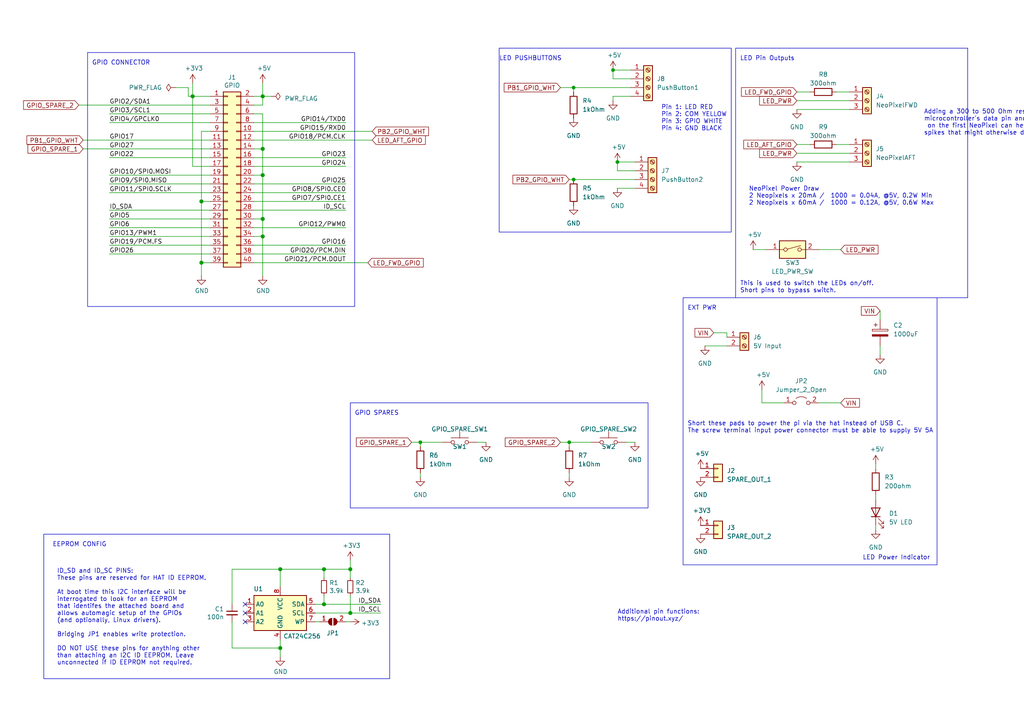
<source format=kicad_sch>
(kicad_sch (version 20230121) (generator eeschema)
  (paper "A4")
  (title_block (date "15 nov 2012"))
  (lib_symbols
    (symbol "Connector:Screw_Terminal_01x02" (pin_names (offset 1.016) hide)
      (property "Reference" "J" (at 0 2.54 0))
      (property "Value" "Screw_Terminal_01x02" (at 0 -5.08 0))
      (symbol "Screw_Terminal_01x02_1_1"
        (rectangle (start -1.27 1.27) (end 1.27 -3.81) (stroke (width 0.254)) (fill (type background)))
        (circle (center 0 -2.54) (radius 0.635) (stroke (width 0.1524)))
        (polyline (pts (xy -0.5334 -2.2098) (xy 0.3302 -3.048)) (stroke (width 0.1524)))
        (polyline (pts (xy -0.5334 0.3302) (xy 0.3302 -0.508)) (stroke (width 0.1524)))
        (polyline (pts (xy -0.3556 -2.032) (xy 0.508 -2.8702)) (stroke (width 0.1524)))
        (polyline (pts (xy -0.3556 0.508) (xy 0.508 -0.3302)) (stroke (width 0.1524)))
        (circle (center 0 0) (radius 0.635) (stroke (width 0.1524)))
        (pin passive line (at -5.08 0 0) (length 3.81) (name "Pin_1") (number "1"))
        (pin passive line (at -5.08 -2.54 0) (length 3.81) (name "Pin_2") (number "2"))
      )
    )
    (symbol "Connector:Screw_Terminal_01x03" (pin_names (offset 1.016) hide)
      (property "Reference" "J" (at 0 5.08 0))
      (property "Value" "Screw_Terminal_01x03" (at 0 -5.08 0))
      (symbol "Screw_Terminal_01x03_1_1"
        (rectangle (start -1.27 3.81) (end 1.27 -3.81) (stroke (width 0.254)) (fill (type background)))
        (circle (center 0 -2.54) (radius 0.635) (stroke (width 0.1524)))
        (polyline (pts (xy -0.5334 -2.2098) (xy 0.3302 -3.048)) (stroke (width 0.1524)))
        (polyline (pts (xy -0.5334 0.3302) (xy 0.3302 -0.508)) (stroke (width 0.1524)))
        (polyline (pts (xy -0.5334 2.8702) (xy 0.3302 2.032)) (stroke (width 0.1524)))
        (polyline (pts (xy -0.3556 -2.032) (xy 0.508 -2.8702)) (stroke (width 0.1524)))
        (polyline (pts (xy -0.3556 0.508) (xy 0.508 -0.3302)) (stroke (width 0.1524)))
        (polyline (pts (xy -0.3556 3.048) (xy 0.508 2.2098)) (stroke (width 0.1524)))
        (circle (center 0 0) (radius 0.635) (stroke (width 0.1524)))
        (circle (center 0 2.54) (radius 0.635) (stroke (width 0.1524)))
        (pin passive line (at -5.08 2.54 0) (length 3.81) (name "Pin_1") (number "1"))
        (pin passive line (at -5.08 0 0) (length 3.81) (name "Pin_2") (number "2"))
        (pin passive line (at -5.08 -2.54 0) (length 3.81) (name "Pin_3") (number "3"))
      )
    )
    (symbol "Connector:Screw_Terminal_01x04" (pin_names (offset 1.016) hide)
      (property "Reference" "J" (at 0 5.08 0))
      (property "Value" "Screw_Terminal_01x04" (at 0 -7.62 0))
      (symbol "Screw_Terminal_01x04_1_1"
        (rectangle (start -1.27 3.81) (end 1.27 -6.35) (stroke (width 0.254)) (fill (type background)))
        (circle (center 0 -5.08) (radius 0.635) (stroke (width 0.1524)))
        (circle (center 0 -2.54) (radius 0.635) (stroke (width 0.1524)))
        (polyline (pts (xy -0.5334 -4.7498) (xy 0.3302 -5.588)) (stroke (width 0.1524)))
        (polyline (pts (xy -0.5334 -2.2098) (xy 0.3302 -3.048)) (stroke (width 0.1524)))
        (polyline (pts (xy -0.5334 0.3302) (xy 0.3302 -0.508)) (stroke (width 0.1524)))
        (polyline (pts (xy -0.5334 2.8702) (xy 0.3302 2.032)) (stroke (width 0.1524)))
        (polyline (pts (xy -0.3556 -4.572) (xy 0.508 -5.4102)) (stroke (width 0.1524)))
        (polyline (pts (xy -0.3556 -2.032) (xy 0.508 -2.8702)) (stroke (width 0.1524)))
        (polyline (pts (xy -0.3556 0.508) (xy 0.508 -0.3302)) (stroke (width 0.1524)))
        (polyline (pts (xy -0.3556 3.048) (xy 0.508 2.2098)) (stroke (width 0.1524)))
        (circle (center 0 0) (radius 0.635) (stroke (width 0.1524)))
        (circle (center 0 2.54) (radius 0.635) (stroke (width 0.1524)))
        (pin passive line (at -5.08 2.54 0) (length 3.81) (name "Pin_1") (number "1"))
        (pin passive line (at -5.08 0 0) (length 3.81) (name "Pin_2") (number "2"))
        (pin passive line (at -5.08 -2.54 0) (length 3.81) (name "Pin_3") (number "3"))
        (pin passive line (at -5.08 -5.08 0) (length 3.81) (name "Pin_4") (number "4"))
      )
    )
    (symbol "Connector_Generic:Conn_01x02" (pin_names (offset 1.016) hide)
      (property "Reference" "J" (at 0 2.54 0))
      (property "Value" "Conn_01x02" (at 0 -5.08 0))
      (symbol "Conn_01x02_1_1"
        (rectangle (start -1.27 -2.413) (end 0 -2.667) (stroke (width 0.1524)))
        (rectangle (start -1.27 0.127) (end 0 -0.127) (stroke (width 0.1524)))
        (rectangle (start -1.27 1.27) (end 1.27 -3.81) (stroke (width 0.254)) (fill (type background)))
        (pin passive line (at -5.08 0 0) (length 3.81) (name "Pin_1") (number "1"))
        (pin passive line (at -5.08 -2.54 0) (length 3.81) (name "Pin_2") (number "2"))
      )
    )
    (symbol "Connector_Generic:Conn_02x20_Odd_Even" (pin_names (offset 1.016) hide)
      (property "Reference" "J" (at 1.27 25.4 0))
      (property "Value" "Conn_02x20_Odd_Even" (at 1.27 -27.94 0))
      (symbol "Conn_02x20_Odd_Even_1_1"
        (rectangle (start -1.27 -25.273) (end 0 -25.527) (stroke (width 0.1524)))
        (rectangle (start -1.27 -22.733) (end 0 -22.987) (stroke (width 0.1524)))
        (rectangle (start -1.27 -20.193) (end 0 -20.447) (stroke (width 0.1524)))
        (rectangle (start -1.27 -17.653) (end 0 -17.907) (stroke (width 0.1524)))
        (rectangle (start -1.27 -15.113) (end 0 -15.367) (stroke (width 0.1524)))
        (rectangle (start -1.27 -12.573) (end 0 -12.827) (stroke (width 0.1524)))
        (rectangle (start -1.27 -10.033) (end 0 -10.287) (stroke (width 0.1524)))
        (rectangle (start -1.27 -7.493) (end 0 -7.747) (stroke (width 0.1524)))
        (rectangle (start -1.27 -4.953) (end 0 -5.207) (stroke (width 0.1524)))
        (rectangle (start -1.27 -2.413) (end 0 -2.667) (stroke (width 0.1524)))
        (rectangle (start -1.27 0.127) (end 0 -0.127) (stroke (width 0.1524)))
        (rectangle (start -1.27 2.667) (end 0 2.413) (stroke (width 0.1524)))
        (rectangle (start -1.27 5.207) (end 0 4.953) (stroke (width 0.1524)))
        (rectangle (start -1.27 7.747) (end 0 7.493) (stroke (width 0.1524)))
        (rectangle (start -1.27 10.287) (end 0 10.033) (stroke (width 0.1524)))
        (rectangle (start -1.27 12.827) (end 0 12.573) (stroke (width 0.1524)))
        (rectangle (start -1.27 15.367) (end 0 15.113) (stroke (width 0.1524)))
        (rectangle (start -1.27 17.907) (end 0 17.653) (stroke (width 0.1524)))
        (rectangle (start -1.27 20.447) (end 0 20.193) (stroke (width 0.1524)))
        (rectangle (start -1.27 22.987) (end 0 22.733) (stroke (width 0.1524)))
        (rectangle (start -1.27 24.13) (end 3.81 -26.67) (stroke (width 0.254)) (fill (type background)))
        (rectangle (start 3.81 -25.273) (end 2.54 -25.527) (stroke (width 0.1524)))
        (rectangle (start 3.81 -22.733) (end 2.54 -22.987) (stroke (width 0.1524)))
        (rectangle (start 3.81 -20.193) (end 2.54 -20.447) (stroke (width 0.1524)))
        (rectangle (start 3.81 -17.653) (end 2.54 -17.907) (stroke (width 0.1524)))
        (rectangle (start 3.81 -15.113) (end 2.54 -15.367) (stroke (width 0.1524)))
        (rectangle (start 3.81 -12.573) (end 2.54 -12.827) (stroke (width 0.1524)))
        (rectangle (start 3.81 -10.033) (end 2.54 -10.287) (stroke (width 0.1524)))
        (rectangle (start 3.81 -7.493) (end 2.54 -7.747) (stroke (width 0.1524)))
        (rectangle (start 3.81 -4.953) (end 2.54 -5.207) (stroke (width 0.1524)))
        (rectangle (start 3.81 -2.413) (end 2.54 -2.667) (stroke (width 0.1524)))
        (rectangle (start 3.81 0.127) (end 2.54 -0.127) (stroke (width 0.1524)))
        (rectangle (start 3.81 2.667) (end 2.54 2.413) (stroke (width 0.1524)))
        (rectangle (start 3.81 5.207) (end 2.54 4.953) (stroke (width 0.1524)))
        (rectangle (start 3.81 7.747) (end 2.54 7.493) (stroke (width 0.1524)))
        (rectangle (start 3.81 10.287) (end 2.54 10.033) (stroke (width 0.1524)))
        (rectangle (start 3.81 12.827) (end 2.54 12.573) (stroke (width 0.1524)))
        (rectangle (start 3.81 15.367) (end 2.54 15.113) (stroke (width 0.1524)))
        (rectangle (start 3.81 17.907) (end 2.54 17.653) (stroke (width 0.1524)))
        (rectangle (start 3.81 20.447) (end 2.54 20.193) (stroke (width 0.1524)))
        (rectangle (start 3.81 22.987) (end 2.54 22.733) (stroke (width 0.1524)))
        (pin passive line (at -5.08 22.86 0) (length 3.81) (name "Pin_1") (number "1"))
        (pin passive line (at 7.62 12.7 180) (length 3.81) (name "Pin_10") (number "10"))
        (pin passive line (at -5.08 10.16 0) (length 3.81) (name "Pin_11") (number "11"))
        (pin passive line (at 7.62 10.16 180) (length 3.81) (name "Pin_12") (number "12"))
        (pin passive line (at -5.08 7.62 0) (length 3.81) (name "Pin_13") (number "13"))
        (pin passive line (at 7.62 7.62 180) (length 3.81) (name "Pin_14") (number "14"))
        (pin passive line (at -5.08 5.08 0) (length 3.81) (name "Pin_15") (number "15"))
        (pin passive line (at 7.62 5.08 180) (length 3.81) (name "Pin_16") (number "16"))
        (pin passive line (at -5.08 2.54 0) (length 3.81) (name "Pin_17") (number "17"))
        (pin passive line (at 7.62 2.54 180) (length 3.81) (name "Pin_18") (number "18"))
        (pin passive line (at -5.08 0 0) (length 3.81) (name "Pin_19") (number "19"))
        (pin passive line (at 7.62 22.86 180) (length 3.81) (name "Pin_2") (number "2"))
        (pin passive line (at 7.62 0 180) (length 3.81) (name "Pin_20") (number "20"))
        (pin passive line (at -5.08 -2.54 0) (length 3.81) (name "Pin_21") (number "21"))
        (pin passive line (at 7.62 -2.54 180) (length 3.81) (name "Pin_22") (number "22"))
        (pin passive line (at -5.08 -5.08 0) (length 3.81) (name "Pin_23") (number "23"))
        (pin passive line (at 7.62 -5.08 180) (length 3.81) (name "Pin_24") (number "24"))
        (pin passive line (at -5.08 -7.62 0) (length 3.81) (name "Pin_25") (number "25"))
        (pin passive line (at 7.62 -7.62 180) (length 3.81) (name "Pin_26") (number "26"))
        (pin passive line (at -5.08 -10.16 0) (length 3.81) (name "Pin_27") (number "27"))
        (pin passive line (at 7.62 -10.16 180) (length 3.81) (name "Pin_28") (number "28"))
        (pin passive line (at -5.08 -12.7 0) (length 3.81) (name "Pin_29") (number "29"))
        (pin passive line (at -5.08 20.32 0) (length 3.81) (name "Pin_3") (number "3"))
        (pin passive line (at 7.62 -12.7 180) (length 3.81) (name "Pin_30") (number "30"))
        (pin passive line (at -5.08 -15.24 0) (length 3.81) (name "Pin_31") (number "31"))
        (pin passive line (at 7.62 -15.24 180) (length 3.81) (name "Pin_32") (number "32"))
        (pin passive line (at -5.08 -17.78 0) (length 3.81) (name "Pin_33") (number "33"))
        (pin passive line (at 7.62 -17.78 180) (length 3.81) (name "Pin_34") (number "34"))
        (pin passive line (at -5.08 -20.32 0) (length 3.81) (name "Pin_35") (number "35"))
        (pin passive line (at 7.62 -20.32 180) (length 3.81) (name "Pin_36") (number "36"))
        (pin passive line (at -5.08 -22.86 0) (length 3.81) (name "Pin_37") (number "37"))
        (pin passive line (at 7.62 -22.86 180) (length 3.81) (name "Pin_38") (number "38"))
        (pin passive line (at -5.08 -25.4 0) (length 3.81) (name "Pin_39") (number "39"))
        (pin passive line (at 7.62 20.32 180) (length 3.81) (name "Pin_4") (number "4"))
        (pin passive line (at 7.62 -25.4 180) (length 3.81) (name "Pin_40") (number "40"))
        (pin passive line (at -5.08 17.78 0) (length 3.81) (name "Pin_5") (number "5"))
        (pin passive line (at 7.62 17.78 180) (length 3.81) (name "Pin_6") (number "6"))
        (pin passive line (at -5.08 15.24 0) (length 3.81) (name "Pin_7") (number "7"))
        (pin passive line (at 7.62 15.24 180) (length 3.81) (name "Pin_8") (number "8"))
        (pin passive line (at -5.08 12.7 0) (length 3.81) (name "Pin_9") (number "9"))
      )
    )
    (symbol "Device:C_Polarized" (pin_numbers hide) (pin_names (offset 0.254))
      (property "Reference" "C" (at 0.635 2.54 0))
      (property "Value" "C_Polarized" (at 0.635 -2.54 0))
      (symbol "C_Polarized_0_1"
        (rectangle (start -2.286 0.508) (end 2.286 1.016))
        (polyline (pts (xy -1.778 2.286) (xy -0.762 2.286)))
        (polyline (pts (xy -1.27 2.794) (xy -1.27 1.778)))
        (rectangle (start 2.286 -0.508) (end -2.286 -1.016) (fill (type outline)))
      )
      (symbol "C_Polarized_1_1"
        (pin passive line (at 0 3.81 270) (length 2.794) (name "~") (number "1"))
        (pin passive line (at 0 -3.81 90) (length 2.794) (name "~") (number "2"))
      )
    )
    (symbol "Device:C_Small" (pin_numbers hide) (pin_names (offset 0.254) hide)
      (property "Reference" "C" (at 0.254 1.778 0))
      (property "Value" "C_Small" (at 0.254 -2.032 0))
      (symbol "C_Small_0_1"
        (polyline (pts (xy -1.524 -0.508) (xy 1.524 -0.508)) (stroke (width 0.3302)))
        (polyline (pts (xy -1.524 0.508) (xy 1.524 0.508)) (stroke (width 0.3048)))
      )
      (symbol "C_Small_1_1"
        (pin passive line (at 0 2.54 270) (length 2.032) (name "~") (number "1"))
        (pin passive line (at 0 -2.54 90) (length 2.032) (name "~") (number "2"))
      )
    )
    (symbol "Device:LED" (pin_numbers hide) (pin_names (offset 1.016) hide)
      (property "Reference" "D" (at 0 2.54 0))
      (property "Value" "LED" (at 0 -2.54 0))
      (symbol "LED_0_1"
        (polyline (pts (xy -1.27 -1.27) (xy -1.27 1.27)) (stroke (width 0.254)))
        (polyline (pts (xy -1.27 0) (xy 1.27 0)))
        (polyline (pts (xy 1.27 -1.27) (xy 1.27 1.27) (xy -1.27 0) (xy 1.27 -1.27)) (stroke (width 0.254)))
        (polyline (pts (xy -3.048 -0.762) (xy -4.572 -2.286) (xy -3.81 -2.286) (xy -4.572 -2.286) (xy -4.572 -1.524)))
        (polyline (pts (xy -1.778 -0.762) (xy -3.302 -2.286) (xy -2.54 -2.286) (xy -3.302 -2.286) (xy -3.302 -1.524)))
      )
      (symbol "LED_1_1"
        (pin passive line (at -3.81 0 0) (length 2.54) (name "K") (number "1"))
        (pin passive line (at 3.81 0 180) (length 2.54) (name "A") (number "2"))
      )
    )
    (symbol "Device:R" (pin_numbers hide) (pin_names (offset 0))
      (property "Reference" "R" (at 2.032 0 90))
      (property "Value" "R" (at 0 0 90))
      (symbol "R_0_1"
        (rectangle (start -1.016 -2.54) (end 1.016 2.54) (stroke (width 0.254)))
      )
      (symbol "R_1_1"
        (pin passive line (at 0 3.81 270) (length 1.27) (name "~") (number "1"))
        (pin passive line (at 0 -3.81 90) (length 1.27) (name "~") (number "2"))
      )
    )
    (symbol "Device:R_Small" (pin_numbers hide) (pin_names (offset 0.254) hide)
      (property "Reference" "R" (at 0.762 0.508 0))
      (property "Value" "R_Small" (at 0.762 -1.016 0))
      (symbol "R_Small_0_1"
        (rectangle (start -0.762 1.778) (end 0.762 -1.778) (stroke (width 0.2032)))
      )
      (symbol "R_Small_1_1"
        (pin passive line (at 0 2.54 270) (length 0.762) (name "~") (number "1"))
        (pin passive line (at 0 -2.54 90) (length 0.762) (name "~") (number "2"))
      )
    )
    (symbol "Jumper:Jumper_2_Open" (pin_names (offset 0) hide)
      (property "Reference" "JP" (at 0 2.794 0))
      (property "Value" "Jumper_2_Open" (at 0 -2.286 0))
      (symbol "Jumper_2_Open_0_0"
        (circle (center -2.032 0) (radius 0.508))
        (circle (center 2.032 0) (radius 0.508))
      )
      (symbol "Jumper_2_Open_0_1"
        (arc (start 1.524 1.27) (mid 0 1.778) (end -1.524 1.27))
      )
      (symbol "Jumper_2_Open_1_1"
        (pin passive line (at -5.08 0 0) (length 2.54) (name "A") (number "1"))
        (pin passive line (at 5.08 0 180) (length 2.54) (name "B") (number "2"))
      )
    )
    (symbol "Jumper:SolderJumper_2_Open" (pin_names (offset 0) hide)
      (property "Reference" "JP" (at 0 2.032 0))
      (property "Value" "SolderJumper_2_Open" (at 0 -2.54 0))
      (symbol "SolderJumper_2_Open_0_1"
        (arc (start -0.254 1.016) (mid -1.2656 0) (end -0.254 -1.016))
        (arc (start -0.254 1.016) (mid -1.2656 0) (end -0.254 -1.016) (fill (type outline)))
        (polyline (pts (xy -0.254 1.016) (xy -0.254 -1.016)))
        (polyline (pts (xy 0.254 1.016) (xy 0.254 -1.016)))
        (arc (start 0.254 -1.016) (mid 1.2656 0) (end 0.254 1.016))
        (arc (start 0.254 -1.016) (mid 1.2656 0) (end 0.254 1.016) (fill (type outline)))
      )
      (symbol "SolderJumper_2_Open_1_1"
        (pin passive line (at -3.81 0 0) (length 2.54) (name "A") (number "1"))
        (pin passive line (at 3.81 0 180) (length 2.54) (name "B") (number "2"))
      )
    )
    (symbol "Memory_EEPROM:CAT24C256"
      (property "Reference" "U" (at -6.35 6.35 0))
      (property "Value" "CAT24C256" (at 1.27 6.35 0))
      (symbol "CAT24C256_1_1"
        (rectangle (start -7.62 5.08) (end 7.62 -5.08) (stroke (width 0.254)) (fill (type background)))
        (pin input line (at -10.16 2.54 0) (length 2.54) (name "A0") (number "1"))
        (pin input line (at -10.16 0 0) (length 2.54) (name "A1") (number "2"))
        (pin input line (at -10.16 -2.54 0) (length 2.54) (name "A2") (number "3"))
        (pin power_in line (at 0 -7.62 90) (length 2.54) (name "GND") (number "4"))
        (pin bidirectional line (at 10.16 2.54 180) (length 2.54) (name "SDA") (number "5"))
        (pin input line (at 10.16 0 180) (length 2.54) (name "SCL") (number "6"))
        (pin input line (at 10.16 -2.54 180) (length 2.54) (name "WP") (number "7"))
        (pin power_in line (at 0 7.62 270) (length 2.54) (name "VCC") (number "8"))
      )
    )
    (symbol "Switch:SW_DIP_x01" (pin_names (offset 0) hide)
      (property "Reference" "SW" (at 0 3.81 0))
      (property "Value" "SW_DIP_x01" (at 0 -3.81 0))
      (symbol "SW_DIP_x01_0_0"
        (circle (center -2.032 0) (radius 0.508))
        (polyline (pts (xy -1.524 0.127) (xy 2.3622 1.1684)))
        (circle (center 2.032 0) (radius 0.508))
      )
      (symbol "SW_DIP_x01_0_1"
        (rectangle (start -3.81 2.54) (end 3.81 -2.54) (stroke (width 0.254)) (fill (type background)))
      )
      (symbol "SW_DIP_x01_1_1"
        (pin passive line (at -7.62 0 0) (length 5.08) (name "~") (number "1"))
        (pin passive line (at 7.62 0 180) (length 5.08) (name "~") (number "2"))
      )
    )
    (symbol "Switch:SW_Push" (pin_numbers hide) (pin_names (offset 1.016) hide)
      (property "Reference" "SW" (at 1.27 2.54 0))
      (property "Value" "SW_Push" (at 0 -1.524 0))
      (symbol "SW_Push_0_1"
        (circle (center -2.032 0) (radius 0.508))
        (polyline (pts (xy 0 1.27) (xy 0 3.048)))
        (polyline (pts (xy 2.54 1.27) (xy -2.54 1.27)))
        (circle (center 2.032 0) (radius 0.508))
        (pin passive line (at -5.08 0 0) (length 2.54) (name "1") (number "1"))
        (pin passive line (at 5.08 0 180) (length 2.54) (name "2") (number "2"))
      )
    )
    (symbol "power:+3.3V" (power) (pin_names (offset 0))
      (property "Value" "+3.3V" (at 0 3.556 0))
      (symbol "+3.3V_0_1"
        (polyline (pts (xy -0.762 1.27) (xy 0 2.54)))
        (polyline (pts (xy 0 0) (xy 0 2.54)))
        (polyline (pts (xy 0 2.54) (xy 0.762 1.27)))
      )
      (symbol "+3.3V_1_1"
        (pin power_in line (at 0 0 90) (length 0) hide (name "+3V3") (number "1"))
      )
    )
    (symbol "power:+5V" (power) (pin_names (offset 0))
      (property "Value" "+5V" (at 0 3.556 0))
      (symbol "+5V_0_1"
        (polyline (pts (xy -0.762 1.27) (xy 0 2.54)))
        (polyline (pts (xy 0 0) (xy 0 2.54)))
        (polyline (pts (xy 0 2.54) (xy 0.762 1.27)))
      )
      (symbol "+5V_1_1"
        (pin power_in line (at 0 0 90) (length 0) hide (name "+5V") (number "1"))
      )
    )
    (symbol "power:GND" (power) (pin_names (offset 0))
      (property "Value" "GND" (at 0 -3.81 0))
      (symbol "GND_0_1"
        (polyline (pts (xy 0 0) (xy 0 -1.27) (xy 1.27 -1.27) (xy 0 -2.54) (xy -1.27 -1.27) (xy 0 -1.27)))
      )
      (symbol "GND_1_1"
        (pin power_in line (at 0 0 270) (length 0) hide (name "GND") (number "1"))
      )
    )
    (symbol "power:PWR_FLAG" (power) (pin_numbers hide) (pin_names (offset 0) hide)
      (property "Value" "PWR_FLAG" (at 0 3.81 0))
      (symbol "PWR_FLAG_0_0"
        (pin power_out line (at 0 0 90) (length 0) (name "pwr") (number "1"))
      )
      (symbol "PWR_FLAG_0_1"
        (polyline (pts (xy 0 0) (xy 0 1.27) (xy -1.016 1.905) (xy 0 2.54) (xy 1.016 1.905) (xy 0 1.27)))
      )
    )
  )
  (junction (at 93.98 175.26) (diameter 1.016))
  (junction (at 76.2 27.94) (diameter 1.016))
  (junction (at 81.28 187.96) (diameter 1.016))
  (junction (at 76.2 43.18) (diameter 1.016))
  (junction (at 81.28 165.1) (diameter 1.016))
  (junction (at 177.8 20.32))
  (junction (at 179.07 46.99))
  (junction (at 101.6 165.1) (diameter 1.016))
  (junction (at 165.1 128.27))
  (junction (at 121.92 128.27))
  (junction (at 58.42 76.2) (diameter 1.016))
  (junction (at 58.42 58.42) (diameter 1.016))
  (junction (at 166.37 25.4))
  (junction (at 76.2 68.58) (diameter 1.016))
  (junction (at 76.2 63.5) (diameter 1.016))
  (junction (at 76.2 50.8) (diameter 1.016))
  (junction (at 101.6 177.8) (diameter 1.016))
  (junction (at 166.37 52.07))
  (junction (at 55.88 27.94) (diameter 1.016))
  (junction (at 93.98 165.1) (diameter 1.016))
  (no_connect (at 71.12 175.26))
  (no_connect (at 71.12 177.8))
  (no_connect (at 71.12 180.34))
  (wire (pts (xy 58.42 58.42) (xy 58.42 76.2)))
  (wire (pts (xy 73.66 58.42) (xy 100.33 58.42)))
  (wire (pts (xy 165.1 138.43) (xy 165.1 137.16)))
  (wire (pts (xy 166.37 25.4) (xy 166.37 26.67)))
  (wire (pts (xy 121.92 129.54) (xy 121.92 128.27)))
  (wire (pts (xy 60.96 40.64) (xy 24.13 40.64)))
  (wire (pts (xy 81.28 165.1) (xy 93.98 165.1)))
  (wire (pts (xy 101.6 165.1) (xy 93.98 165.1)))
  (wire (pts (xy 101.6 167.64) (xy 101.6 165.1)))
  (wire (pts (xy 231.14 46.99) (xy 246.38 46.99)))
  (wire (pts (xy 255.27 100.33) (xy 255.27 102.87)))
  (wire (pts (xy 76.2 33.02) (xy 76.2 43.18)))
  (wire (pts (xy 76.2 50.8) (xy 73.66 50.8)))
  (wire (pts (xy 76.2 63.5) (xy 76.2 68.58)))
  (wire (pts (xy 166.37 25.4) (xy 182.88 25.4)))
  (wire (pts (xy 231.14 41.91) (xy 234.95 41.91)))
  (wire (pts (xy 76.2 50.8) (xy 76.2 63.5)))
  (wire (pts (xy 73.66 35.56) (xy 100.33 35.56)))
  (wire (pts (xy 210.82 96.52) (xy 210.82 97.79)))
  (wire (pts (xy 58.42 38.1) (xy 58.42 58.42)))
  (wire (pts (xy 91.44 175.26) (xy 93.98 175.26)))
  (wire (pts (xy 93.98 175.26) (xy 110.49 175.26)))
  (wire (pts (xy 140.97 128.27) (xy 138.43 128.27)))
  (wire (pts (xy 54.61 25.4) (xy 54.61 27.94)))
  (wire (pts (xy 58.42 38.1) (xy 60.96 38.1)))
  (wire (pts (xy 91.44 180.34) (xy 92.71 180.34)))
  (wire (pts (xy 100.33 180.34) (xy 101.6 180.34)))
  (wire (pts (xy 73.66 55.88) (xy 100.33 55.88)))
  (wire (pts (xy 60.96 60.96) (xy 31.75 60.96)))
  (wire (pts (xy 165.1 52.07) (xy 166.37 52.07)))
  (wire (pts (xy 177.8 27.94) (xy 177.8 29.21)))
  (wire (pts (xy 31.75 63.5) (xy 60.96 63.5)))
  (wire (pts (xy 78.74 27.94) (xy 76.2 27.94)))
  (wire (pts (xy 58.42 58.42) (xy 60.96 58.42)))
  (wire (pts (xy 101.6 162.56) (xy 101.6 165.1)))
  (wire (pts (xy 231.14 26.67) (xy 234.95 26.67)))
  (wire (pts (xy 73.66 45.72) (xy 100.33 45.72)))
  (wire (pts (xy 81.28 165.1) (xy 81.28 170.18)))
  (wire (pts (xy 220.98 116.84) (xy 227.33 116.84)))
  (wire (pts (xy 24.13 43.18) (xy 60.96 43.18)))
  (wire (pts (xy 177.8 22.86) (xy 177.8 20.32)))
  (wire (pts (xy 73.66 76.2) (xy 106.68 76.2)))
  (wire (pts (xy 58.42 76.2) (xy 58.42 80.01)))
  (wire (pts (xy 101.6 172.72) (xy 101.6 177.8)))
  (wire (pts (xy 55.88 24.13) (xy 55.88 27.94)))
  (wire (pts (xy 220.98 113.03) (xy 220.98 116.84)))
  (wire (pts (xy 179.07 49.53) (xy 179.07 46.99)))
  (wire (pts (xy 76.2 68.58) (xy 73.66 68.58)))
  (wire (pts (xy 184.15 128.27) (xy 181.61 128.27)))
  (wire (pts (xy 31.75 33.02) (xy 60.96 33.02)))
  (wire (pts (xy 254 152.4) (xy 254 153.67)))
  (wire (pts (xy 50.8 25.4) (xy 54.61 25.4)))
  (wire (pts (xy 204.47 100.33) (xy 210.82 100.33)))
  (wire (pts (xy 31.75 55.88) (xy 60.96 55.88)))
  (wire (pts (xy 55.88 48.26) (xy 60.96 48.26)))
  (wire (pts (xy 237.49 116.84) (xy 243.84 116.84)))
  (wire (pts (xy 60.96 30.48) (xy 22.86 30.48)))
  (wire (pts (xy 121.92 138.43) (xy 121.92 137.16)))
  (wire (pts (xy 76.2 27.94) (xy 76.2 30.48)))
  (wire (pts (xy 254 134.62) (xy 254 135.89)))
  (wire (pts (xy 242.57 26.67) (xy 246.38 26.67)))
  (wire (pts (xy 76.2 43.18) (xy 76.2 50.8)))
  (wire (pts (xy 73.66 40.64) (xy 107.95 40.64)))
  (wire (pts (xy 76.2 43.18) (xy 73.66 43.18)))
  (wire (pts (xy 255.27 90.17) (xy 255.27 92.71)))
  (wire (pts (xy 76.2 24.13) (xy 76.2 27.94)))
  (wire (pts (xy 184.15 49.53) (xy 179.07 49.53)))
  (wire (pts (xy 31.75 35.56) (xy 60.96 35.56)))
  (wire (pts (xy 93.98 165.1) (xy 93.98 167.64)))
  (wire (pts (xy 76.2 27.94) (xy 73.66 27.94)))
  (wire (pts (xy 54.61 27.94) (xy 55.88 27.94)))
  (wire (pts (xy 55.88 27.94) (xy 55.88 48.26)))
  (wire (pts (xy 73.66 48.26) (xy 100.33 48.26)))
  (wire (pts (xy 73.66 38.1) (xy 107.95 38.1)))
  (wire (pts (xy 93.98 172.72) (xy 93.98 175.26)))
  (wire (pts (xy 91.44 177.8) (xy 101.6 177.8)))
  (wire (pts (xy 101.6 177.8) (xy 110.49 177.8)))
  (wire (pts (xy 31.75 45.72) (xy 60.96 45.72)))
  (wire (pts (xy 31.75 53.34) (xy 60.96 53.34)))
  (wire (pts (xy 119.38 128.27) (xy 121.92 128.27)))
  (wire (pts (xy 162.56 25.4) (xy 166.37 25.4)))
  (wire (pts (xy 165.1 128.27) (xy 171.45 128.27)))
  (wire (pts (xy 31.75 66.04) (xy 60.96 66.04)))
  (wire (pts (xy 177.8 20.32) (xy 182.88 20.32)))
  (wire (pts (xy 76.2 30.48) (xy 73.66 30.48)))
  (wire (pts (xy 254 143.51) (xy 254 144.78)))
  (wire (pts (xy 231.14 31.75) (xy 246.38 31.75)))
  (wire (pts (xy 231.14 29.21) (xy 246.38 29.21)))
  (wire (pts (xy 31.75 71.12) (xy 60.96 71.12)))
  (wire (pts (xy 242.57 41.91) (xy 246.38 41.91)))
  (wire (pts (xy 73.66 71.12) (xy 100.33 71.12)))
  (wire (pts (xy 73.66 66.04) (xy 100.33 66.04)))
  (wire (pts (xy 58.42 76.2) (xy 60.96 76.2)))
  (wire (pts (xy 121.92 128.27) (xy 128.27 128.27)))
  (wire (pts (xy 73.66 73.66) (xy 100.33 73.66)))
  (wire (pts (xy 162.56 128.27) (xy 165.1 128.27)))
  (wire (pts (xy 76.2 33.02) (xy 73.66 33.02)))
  (wire (pts (xy 177.8 27.94) (xy 182.88 27.94)))
  (wire (pts (xy 31.75 73.66) (xy 60.96 73.66)))
  (wire (pts (xy 165.1 129.54) (xy 165.1 128.27)))
  (wire (pts (xy 179.07 46.99) (xy 184.15 46.99)))
  (wire (pts (xy 67.31 165.1) (xy 67.31 175.26)))
  (wire (pts (xy 67.31 180.34) (xy 67.31 187.96)))
  (wire (pts (xy 67.31 187.96) (xy 81.28 187.96)))
  (wire (pts (xy 81.28 165.1) (xy 67.31 165.1)))
  (wire (pts (xy 179.07 54.61) (xy 184.15 54.61)))
  (wire (pts (xy 81.28 185.42) (xy 81.28 187.96)))
  (wire (pts (xy 81.28 187.96) (xy 81.28 190.5)))
  (wire (pts (xy 207.01 96.52) (xy 210.82 96.52)))
  (wire (pts (xy 182.88 22.86) (xy 177.8 22.86)))
  (wire (pts (xy 76.2 68.58) (xy 76.2 80.01)))
  (wire (pts (xy 73.66 53.34) (xy 100.33 53.34)))
  (wire (pts (xy 60.96 68.58) (xy 31.75 68.58)))
  (wire (pts (xy 222.25 72.39) (xy 218.44 72.39)))
  (wire (pts (xy 166.37 52.07) (xy 184.15 52.07)))
  (wire (pts (xy 76.2 63.5) (xy 73.66 63.5)))
  (wire (pts (xy 55.88 27.94) (xy 60.96 27.94)))
  (wire (pts (xy 231.14 44.45) (xy 246.38 44.45)))
  (wire (pts (xy 60.96 50.8) (xy 31.75 50.8)))
  (wire (pts (xy 73.66 60.96) (xy 100.33 60.96)))
  (wire (pts (xy 237.49 72.39) (xy 243.84 72.39)))
  (rectangle (start 12.7 154.94) (end 113.03 196.85))
  (rectangle (start 25.4 15.24) (end 102.87 88.9))
  (rectangle (start 213.36 13.97) (end 280.67 86.36))
  (rectangle (start 144.78 13.97) (end 212.09 67.31))
  (rectangle (start 101.6 116.84) (end 187.96 147.32))
  (rectangle (start 198.12 86.36) (end 271.78 163.83))
  (text "LED Power Indicator" (at 250.19 162.56 0) (effects (font (size 1.27 1.27)) (justify left bottom)))
  (text "This is used to switch the LEDs on/off. \nShort pins to bypass switch." (at 214.63 85.09 0) (effects (font (size 1.27 1.27)) (justify left bottom)))
  (text "Additional pin functions:\nhttps://pinout.xyz/" (at 179.07 180.34 0) (effects (font (size 1.27 1.27)) (justify left bottom)))
  (text "EEPROM CONFIG" (at 15.24 158.75 0) (effects (font (size 1.27 1.27)) (justify left bottom)))
  (text "GPIO CONNECTOR" (at 26.67 19.05 0) (effects (font (size 1.27 1.27)) (justify left bottom)))
  (text "LED PUSHBUTTONS" (at 144.78 17.78 0) (effects (font (size 1.27 1.27)) (justify left bottom)))
  (text "ID_SD and ID_SC PINS:\nThese pins are reserved for HAT ID EEPROM.\n\nAt boot time this I2C interface will be\ninterrogated to look for an EEPROM\nthat identifes the attached board and\nallows automagic setup of the GPIOs\n(and optionally, Linux drivers).\n\nBridging JP1 enables write protection.\n\nDO NOT USE these pins for anything other\nthan attaching an I2C ID EEPROM. Leave\nunconnected if ID EEPROM not required." (at 16.51 193.04 0) (effects (font (size 1.27 1.27)) (justify left bottom)))
  (text "Adding a 300 to 500 Ohm resistor between your \nmicrocontroller's data pin and the data input\n on the first NeoPixel can help prevent voltage \nspikes that might otherwise damage your first pixel. " (at 267.97 39.37 0) (effects (font (size 1.27 1.27)) (justify left bottom)))
  (text "NeoPixel Power Draw\n2 Neopixels x 20mA /  1000 = 0.04A, @5V, 0.2W Min\n2 Neopixels x 60mA /  1000 = 0.12A, @5V, 0.6W Max" (at 217.17 59.69 0) (effects (font (size 1.27 1.27)) (justify left bottom)))
  (text "LED Pin Outputs" (at 214.63 17.78 0) (effects (font (size 1.27 1.27)) (justify left bottom)))
  (text "GPIO SPARES" (at 102.87 120.65 0) (effects (font (size 1.27 1.27)) (justify left bottom)))
  (text "Short these pads to power the pi via the hat instead of USB C. \nThe screw terminal input power connector must be able to supply 5V 5A" (at 199.39 125.73 0) (effects (font (size 1.27 1.27)) (justify left bottom)))
  (text "Pin 1: LED RED\nPin 2: COM YELLOW\nPin 3: GPIO WHITE\nPin 4: GND BLACK" (at 191.77 38.1 0) (effects (font (size 1.27 1.27)) (justify left bottom)))
  (text "EXT PWR" (at 199.39 90.17 0) (effects (font (size 1.27 1.27)) (justify left bottom)))
  (label "ID_SDA" (at 31.75 60.96 0))
  (label "GPIO6" (at 31.75 66.04 0))
  (label "ID_SDA" (at 110.49 175.26 180))
  (label "ID_SCL" (at 100.33 60.96 180))
  (label "GPIO5" (at 31.75 63.5 0))
  (label "GPIO21{slash}PCM.DOUT" (at 100.33 76.2 180))
  (label "GPIO19{slash}PCM.FS" (at 31.75 71.12 0))
  (label "GPIO10{slash}SPI0.MOSI" (at 31.75 50.8 0))
  (label "GPIO9{slash}SPI0.MISO" (at 31.75 53.34 0))
  (label "GPIO23" (at 100.33 45.72 180))
  (label "GPIO4{slash}GPCLK0" (at 31.75 35.56 0))
  (label "GPIO27" (at 31.75 43.18 0))
  (label "GPIO26" (at 31.75 73.66 0))
  (label "GPIO14{slash}TXD0" (at 100.33 35.56 180))
  (label "GPIO8{slash}SPI0.CE0" (at 100.33 55.88 180))
  (label "GPIO15{slash}RXD0" (at 100.33 38.1 180))
  (label "GPIO16" (at 100.33 71.12 180))
  (label "GPIO22" (at 31.75 45.72 0))
  (label "GPIO2{slash}SDA1" (at 31.75 30.48 0))
  (label "GPIO17" (at 31.75 40.64 0))
  (label "GPIO25" (at 100.33 53.34 180))
  (label "GPIO3{slash}SCL1" (at 31.75 33.02 0))
  (label "GPIO18{slash}PCM.CLK" (at 100.33 40.64 180))
  (label "GPIO12{slash}PWM0" (at 100.33 66.04 180))
  (label "GPIO13{slash}PWM1" (at 31.75 68.58 0))
  (label "GPIO20{slash}PCM.DIN" (at 100.33 73.66 180))
  (label "GPIO24" (at 100.33 48.26 180))
  (label "GPIO7{slash}SPI0.CE1" (at 100.33 58.42 180))
  (label "ID_SCL" (at 110.49 177.8 180))
  (label "GPIO11{slash}SPI0.SCLK" (at 31.75 55.88 0))
  (global_label "LED_PWR" (shape input) (at 243.84 72.39 0) (property "Intersheetrefs" "${INTERSHEET_REFS}" (effects hide)))
  (global_label "VIN" (shape input) (at 243.84 116.84 0) (property "Intersheetrefs" "${INTERSHEET_REFS}" (effects hide)))
  (global_label "PB1_GPIO_WHT" (shape input) (at 162.56 25.4 180) (property "Intersheetrefs" "${INTERSHEET_REFS}" (effects hide)))
  (global_label "PB2_GPIO_WHT" (shape input) (at 107.95 38.1 0) (property "Intersheetrefs" "${INTERSHEET_REFS}" (effects hide)))
  (global_label "GPIO_SPARE_2" (shape input) (at 22.86 30.48 180) (property "Intersheetrefs" "${INTERSHEET_REFS}" (effects hide)))
  (global_label "VIN" (shape input) (at 255.27 90.17 180) (property "Intersheetrefs" "${INTERSHEET_REFS}" (effects hide)))
  (global_label "LED_AFT_GPIO" (shape input) (at 231.14 41.91 180) (property "Intersheetrefs" "${INTERSHEET_REFS}" (effects hide)))
  (global_label "GPIO_SPARE_1" (shape input) (at 119.38 128.27 180) (property "Intersheetrefs" "${INTERSHEET_REFS}" (effects hide)))
  (global_label "LED_PWR" (shape input) (at 231.14 44.45 180) (property "Intersheetrefs" "${INTERSHEET_REFS}" (effects hide)))
  (global_label "GPIO_SPARE_2" (shape input) (at 162.56 128.27 180) (property "Intersheetrefs" "${INTERSHEET_REFS}" (effects hide)))
  (global_label "LED_AFT_GPIO" (shape input) (at 107.95 40.64 0) (property "Intersheetrefs" "${INTERSHEET_REFS}" (effects hide)))
  (global_label "LED_FWD_GPIO" (shape input) (at 106.68 76.2 0) (property "Intersheetrefs" "${INTERSHEET_REFS}" (effects hide)))
  (global_label "PB1_GPIO_WHT" (shape input) (at 24.13 40.64 180) (property "Intersheetrefs" "${INTERSHEET_REFS}" (effects hide)))
  (global_label "LED_PWR" (shape input) (at 231.14 29.21 180) (property "Intersheetrefs" "${INTERSHEET_REFS}" (effects hide)))
  (global_label "PB2_GPIO_WHT" (shape input) (at 165.1 52.07 180) (property "Intersheetrefs" "${INTERSHEET_REFS}" (effects hide)))
  (global_label "VIN" (shape input) (at 207.01 96.52 180) (property "Intersheetrefs" "${INTERSHEET_REFS}" (effects hide)))
  (global_label "LED_FWD_GPIO" (shape input) (at 231.14 26.67 180) (property "Intersheetrefs" "${INTERSHEET_REFS}" (effects hide)))
  (global_label "GPIO_SPARE_1" (shape input) (at 24.13 43.18 180) (property "Intersheetrefs" "${INTERSHEET_REFS}" (effects hide)))
  (symbol (lib_id "power:+5V") (at 76.2 24.13 0) (unit 1)
    (property "Reference" "#PWR01" (effects hide))
    (property "Value" "+5V" (at 76.5683 19.8056 0))
  )
  (symbol (lib_id "power:+3.3V") (at 55.88 24.13 0) (unit 1)
    (property "Reference" "#PWR04" (effects hide))
    (property "Value" "+3.3V" (at 56.2483 19.8056 0))
  )
  (symbol (lib_id "power:GND") (at 76.2 80.01 0) (unit 1)
    (property "Reference" "#PWR02" (effects hide))
    (property "Value" "GND" (at 76.3143 84.3344 0))
  )
  (symbol (lib_id "power:GND") (at 58.42 80.01 0) (unit 1)
    (property "Reference" "#PWR03" (effects hide))
    (property "Value" "GND" (at 58.5343 84.3344 0))
  )
  (symbol (lib_id "Connector_Generic:Conn_02x20_Odd_Even") (at 66.04 50.8 0) (unit 1)
    (property "Reference" "J1" (at 67.31 22.4598 0))
    (property "Value" "GPIO" (at 67.31 24.765 0))
    (property "Footprint" "Connector_PinSocket_2.54mm:PinSocket_2x20_P2.54mm_Vertical" (effects hide))
  )
  (symbol (lib_id "Connector:Screw_Terminal_01x04") (at 189.23 49.53 0) (unit 1)
    (property "Reference" "J7" (at 191.77 49.53 0) (effects (justify left)))
    (property "Value" "PushButton2" (at 191.77 52.07 0) (effects (justify left)))
  )
  (symbol (lib_id "power:GND") (at 165.1 138.43 0) (unit 1)
    (property "Reference" "#PWR010" (effects hide))
    (property "Value" "GND" (at 165.1 143.51 0))
  )
  (symbol (lib_id "power:GND") (at 255.27 102.87 0) (unit 1)
    (property "Reference" "#PWR05" (effects hide))
    (property "Value" "GND" (at 255.27 107.95 0))
  )
  (symbol (lib_id "Device:C_Small") (at 67.31 177.8 0) (unit 1)
    (property "Reference" "C1" (at 64.9858 176.6506 0) (effects (justify right)))
    (property "Value" "100n" (at 64.9858 178.9493 0) (effects (justify right)))
  )
  (symbol (lib_id "power:GND") (at 166.37 59.69 0) (unit 1)
    (property "Reference" "#PWR016" (effects hide))
    (property "Value" "GND" (at 166.37 64.77 0))
  )
  (symbol (lib_id "power:GND") (at 177.8 29.21 0) (unit 1)
    (property "Reference" "#PWR022" (effects hide))
    (property "Value" "GND" (at 177.8 34.29 0))
  )
  (symbol (lib_id "power:+5V") (at 218.44 72.39 0) (unit 1)
    (property "Reference" "#PWR06" (effects hide))
    (property "Value" "+5V" (at 218.8083 68.0656 0))
  )
  (symbol (lib_id "power:+5V") (at 179.07 46.99 0) (unit 1)
    (property "Reference" "#PWR019" (effects hide))
    (property "Value" "+5V" (at 179.4383 42.6656 0))
  )
  (symbol (lib_id "power:PWR_FLAG") (at 50.8 25.4 90) (unit 1)
    (property "Reference" "#FLG02" (effects hide))
    (property "Value" "PWR_FLAG" (at 46.99 25.4 90) (effects (justify left)))
  )
  (symbol (lib_id "Device:R_Small") (at 93.98 170.18 0) (unit 1)
    (property "Reference" "R1" (at 95.4786 169.037 0) (effects (justify left)))
    (property "Value" "3.9k" (at 95.4787 171.3293 0) (effects (justify left)))
  )
  (symbol (lib_id "Switch:SW_DIP_x01") (at 229.87 72.39 0) (unit 1)
    (property "Reference" "SW3" (at 229.87 76.2 0))
    (property "Value" "LED_PWR_SW" (at 229.87 78.74 0))
    (property "Footprint" "Connector_PinHeader_2.54mm:PinHeader_1x02_P2.54mm_Vertical" (effects hide))
  )
  (symbol (lib_id "Connector_Generic:Conn_01x02") (at 208.28 152.4 0) (unit 1)
    (property "Reference" "J3" (at 210.82 153.035 0) (effects (justify left)))
    (property "Value" "SPARE_OUT_2" (at 210.82 155.575 0) (effects (justify left)))
    (property "Footprint" "TerminalBlock_Phoenix:TerminalBlock_Phoenix_MKDS-1,5-2_1x02_P5.00mm_Horizontal" (effects hide))
  )
  (symbol (lib_id "power:GND") (at 203.2 154.94 0) (unit 1)
    (property "Reference" "#PWR025" (effects hide))
    (property "Value" "GND" (at 203.2 160.02 0))
  )
  (symbol (lib_id "power:GND") (at 231.14 31.75 0) (unit 1)
    (property "Reference" "#PWR012" (effects hide))
    (property "Value" "GND" (at 231.14 36.83 0))
  )
  (symbol (lib_id "Switch:SW_Push") (at 133.35 128.27 0) (unit 1)
    (property "Reference" "SW1" (at 133.35 129.54 0))
    (property "Value" "GPIO_SPARE_SW1" (at 133.35 124.46 0))
    (property "Footprint" "Connector_PinHeader_2.54mm:PinHeader_1x02_P2.54mm_Vertical" (effects hide))
  )
  (symbol (lib_id "Device:R") (at 254 139.7 0) (unit 1)
    (property "Reference" "R3" (at 256.54 138.43 0) (effects (justify left)))
    (property "Value" "200ohm" (at 256.54 140.97 0) (effects (justify left)))
  )
  (symbol (lib_id "Jumper:SolderJumper_2_Open") (at 96.52 180.34 0) (unit 1)
    (property "Reference" "JP1" (at 96.52 183.623 0))
    (property "Value" "ID_WP" (effects hide))
  )
  (symbol (lib_id "power:+5V") (at 220.98 113.03 0) (unit 1)
    (property "Reference" "#PWR015" (effects hide))
    (property "Value" "+5V" (at 221.3483 108.7056 0))
  )
  (symbol (lib_id "Device:R") (at 121.92 133.35 180) (unit 1)
    (property "Reference" "R6" (at 124.46 132.08 0) (effects (justify right)))
    (property "Value" "1kOhm" (at 124.46 134.62 0) (effects (justify right)))
  )
  (symbol (lib_id "Device:R_Small") (at 101.6 170.18 0) (unit 1)
    (property "Reference" "R2" (at 103.0986 169.037 0) (effects (justify left)))
    (property "Value" "3.9k" (at 103.0987 171.3293 0) (effects (justify left)))
  )
  (symbol (lib_id "Connector_Generic:Conn_01x02") (at 208.28 135.89 0) (unit 1)
    (property "Reference" "J2" (at 210.82 136.525 0) (effects (justify left)))
    (property "Value" "SPARE_OUT_1" (at 210.82 139.065 0) (effects (justify left)))
    (property "Footprint" "TerminalBlock_Phoenix:TerminalBlock_Phoenix_MKDS-1,5-2_1x02_P5.00mm_Horizontal" (effects hide))
  )
  (symbol (lib_id "power:+3.3V") (at 101.6 162.56 0) (unit 1)
    (property "Reference" "#PWR0101" (effects hide))
    (property "Value" "+3.3V" (at 101.9683 158.2356 0))
  )
  (symbol (lib_id "power:GND") (at 254 153.67 0) (unit 1)
    (property "Reference" "#PWR08" (effects hide))
    (property "Value" "GND" (at 254 158.75 0))
  )
  (symbol (lib_id "power:GND") (at 166.37 34.29 0) (unit 1)
    (property "Reference" "#PWR011" (effects hide))
    (property "Value" "GND" (at 166.37 39.37 0))
  )
  (symbol (lib_id "Jumper:Jumper_2_Open") (at 232.41 116.84 0) (unit 1)
    (property "Reference" "JP2" (at 232.41 110.49 0))
    (property "Value" "Jumper_2_Open" (at 232.41 113.03 0))
  )
  (symbol (lib_id "power:+5V") (at 177.8 20.32 0) (unit 1)
    (property "Reference" "#PWR021" (effects hide))
    (property "Value" "+5V" (at 178.1683 15.9956 0))
  )
  (symbol (lib_id "Connector:Screw_Terminal_01x04") (at 187.96 22.86 0) (unit 1)
    (property "Reference" "J8" (at 190.5 22.86 0) (effects (justify left)))
    (property "Value" "PushButton1" (at 190.5 25.4 0) (effects (justify left)))
  )
  (symbol (lib_id "power:GND") (at 179.07 54.61 0) (unit 1)
    (property "Reference" "#PWR020" (effects hide))
    (property "Value" "GND" (at 179.07 59.69 0))
  )
  (symbol (lib_id "power:PWR_FLAG") (at 78.74 27.94 270) (unit 1)
    (property "Reference" "#FLG01" (effects hide))
    (property "Value" "PWR_FLAG" (at 82.55 28.575 90) (effects (justify left)))
  )
  (symbol (lib_id "Memory_EEPROM:CAT24C256") (at 81.28 177.8 0) (unit 1)
    (property "Reference" "U1" (at 74.93 170.7958 0))
    (property "Value" "CAT24C256" (at 87.63 184.5245 0))
    (property "Datasheet" "https://www.onsemi.cn/PowerSolutions/document/CAT24C256-D.PDF" (effects hide))
  )
  (symbol (lib_id "Switch:SW_Push") (at 176.53 128.27 0) (unit 1)
    (property "Reference" "SW2" (at 176.53 129.54 0))
    (property "Value" "GPIO_SPARE_SW2" (at 176.53 124.46 0))
    (property "Footprint" "Connector_PinHeader_2.54mm:PinHeader_1x02_P2.54mm_Vertical" (effects hide))
  )
  (symbol (lib_id "power:+5V") (at 203.2 135.89 0) (unit 1)
    (property "Reference" "#PWR023" (effects hide))
    (property "Value" "+5V" (at 203.5683 131.5656 0))
  )
  (symbol (lib_id "Device:R") (at 166.37 55.88 180) (unit 1)
    (property "Reference" "R5" (at 168.91 54.61 0) (effects (justify right)))
    (property "Value" "1kOhm" (at 168.91 57.15 0) (effects (justify right)))
  )
  (symbol (lib_id "Connector:Screw_Terminal_01x02") (at 215.9 97.79 0) (unit 1)
    (property "Reference" "J6" (at 218.44 97.79 0) (effects (justify left)))
    (property "Value" "5V Input" (at 218.44 100.33 0) (effects (justify left)))
  )
  (symbol (lib_id "power:GND") (at 231.14 46.99 0) (unit 1)
    (property "Reference" "#PWR013" (effects hide))
    (property "Value" "GND" (at 231.14 52.07 0))
  )
  (symbol (lib_id "power:GND") (at 140.97 128.27 0) (unit 1)
    (property "Reference" "#PWR09" (effects hide))
    (property "Value" "GND" (at 140.97 133.35 0))
  )
  (symbol (lib_id "power:GND") (at 81.28 190.5 0) (unit 1)
    (property "Reference" "#PWR0102" (effects hide))
    (property "Value" "GND" (at 81.3943 194.8244 0))
  )
  (symbol (lib_id "power:GND") (at 203.2 138.43 0) (unit 1)
    (property "Reference" "#PWR024" (effects hide))
    (property "Value" "GND" (at 203.2 143.51 0))
  )
  (symbol (lib_id "power:GND") (at 121.92 138.43 0) (unit 1)
    (property "Reference" "#PWR017" (effects hide))
    (property "Value" "GND" (at 121.92 143.51 0))
  )
  (symbol (lib_id "Device:R") (at 238.76 26.67 270) (unit 1)
    (property "Reference" "R8" (at 238.76 21.59 90))
    (property "Value" "300ohm" (at 238.76 24.13 90))
  )
  (symbol (lib_id "Device:R") (at 238.76 41.91 270) (unit 1)
    (property "Reference" "R9" (at 238.76 36.83 90))
    (property "Value" "300ohm" (at 238.76 39.37 90))
  )
  (symbol (lib_id "Device:LED") (at 254 148.59 90) (unit 1)
    (property "Reference" "D1" (at 257.81 148.9075 90) (effects (justify right)))
    (property "Value" "5V LED" (at 257.81 151.4475 90) (effects (justify right)))
  )
  (symbol (lib_id "Device:R") (at 166.37 30.48 180) (unit 1)
    (property "Reference" "R4" (at 168.91 29.21 0) (effects (justify right)))
    (property "Value" "1kOhm" (at 168.91 31.75 0) (effects (justify right)))
  )
  (symbol (lib_id "power:+3.3V") (at 101.6 180.34 270) (unit 1)
    (property "Reference" "#PWR0103" (effects hide))
    (property "Value" "+3.3V" (at 104.7751 180.7083 90) (effects (justify left)))
  )
  (symbol (lib_id "power:GND") (at 184.15 128.27 0) (unit 1)
    (property "Reference" "#PWR018" (effects hide))
    (property "Value" "GND" (at 184.15 133.35 0))
  )
  (symbol (lib_id "power:GND") (at 204.47 100.33 0) (unit 1)
    (property "Reference" "#PWR014" (effects hide))
    (property "Value" "GND" (at 204.47 105.41 0))
  )
  (symbol (lib_id "power:+5V") (at 254 134.62 0) (unit 1)
    (property "Reference" "#PWR07" (effects hide))
    (property "Value" "+5V" (at 254.3683 130.2956 0))
  )
  (symbol (lib_id "Device:C_Polarized") (at 255.27 96.52 0) (unit 1)
    (property "Reference" "C2" (at 259.08 94.361 0) (effects (justify left)))
    (property "Value" "1000uF" (at 259.08 96.901 0) (effects (justify left)))
    (property "Footprint" "GrayFoxComponents:Horizontal Capacitor" (effects hide))
  )
  (symbol (lib_id "Connector:Screw_Terminal_01x03") (at 251.46 29.21 0) (unit 1)
    (property "Reference" "J4" (at 254 27.94 0) (effects (justify left)))
    (property "Value" "NeoPixelFWD" (at 254 30.48 0) (effects (justify left)))
  )
  (symbol (lib_id "power:+3.3V") (at 203.2 152.4 0) (unit 1)
    (property "Reference" "#PWR026" (effects hide))
    (property "Value" "+3.3V" (at 203.5683 148.0756 0))
  )
  (symbol (lib_id "Device:R") (at 165.1 133.35 180) (unit 1)
    (property "Reference" "R7" (at 167.64 132.08 0) (effects (justify right)))
    (property "Value" "1kOhm" (at 167.64 134.62 0) (effects (justify right)))
  )
  (symbol (lib_id "Connector:Screw_Terminal_01x03") (at 251.46 44.45 0) (unit 1)
    (property "Reference" "J5" (at 254 43.18 0) (effects (justify left)))
    (property "Value" "NeoPixelAFT" (at 254 45.72 0) (effects (justify left)))
  )
)
</source>
